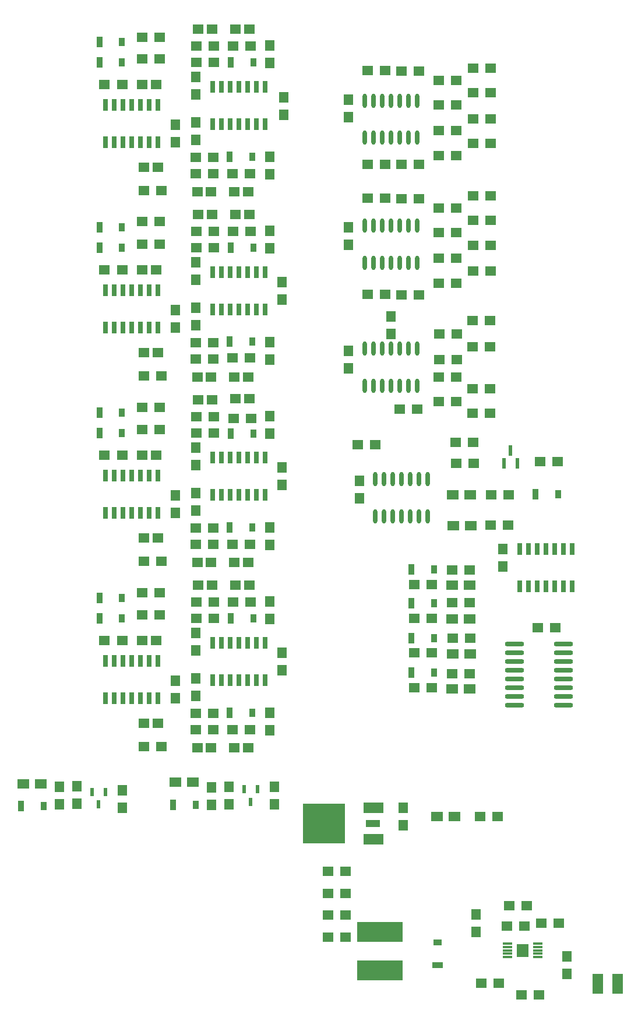
<source format=gtp>
G04 Layer_Color=8421504*
%FSLAX25Y25*%
%MOIN*%
G70*
G01*
G75*
%ADD10O,0.02362X0.08268*%
%ADD11O,0.11024X0.02756*%
%ADD12R,0.06299X0.05500*%
G04:AMPARAMS|DCode=13|XSize=35.83mil|YSize=62.99mil|CornerRadius=8.96mil|HoleSize=0mil|Usage=FLASHONLY|Rotation=270.000|XOffset=0mil|YOffset=0mil|HoleType=Round|Shape=RoundedRectangle|*
%AMROUNDEDRECTD13*
21,1,0.03583,0.04508,0,0,270.0*
21,1,0.01791,0.06299,0,0,270.0*
1,1,0.01791,-0.02254,-0.00896*
1,1,0.01791,-0.02254,0.00896*
1,1,0.01791,0.02254,0.00896*
1,1,0.01791,0.02254,-0.00896*
%
%ADD13ROUNDEDRECTD13*%
%ADD14R,0.04803X0.03583*%
%ADD15R,0.05500X0.06299*%
%ADD16R,0.06496X0.11811*%
%ADD17R,0.03150X0.06890*%
%ADD18R,0.24410X0.22835*%
%ADD19R,0.11811X0.06299*%
%ADD20R,0.07874X0.03937*%
G04:AMPARAMS|DCode=21|XSize=35.83mil|YSize=62.99mil|CornerRadius=8.96mil|HoleSize=0mil|Usage=FLASHONLY|Rotation=180.000|XOffset=0mil|YOffset=0mil|HoleType=Round|Shape=RoundedRectangle|*
%AMROUNDEDRECTD21*
21,1,0.03583,0.04508,0,0,180.0*
21,1,0.01791,0.06299,0,0,180.0*
1,1,0.01791,-0.00896,0.02254*
1,1,0.01791,0.00896,0.02254*
1,1,0.01791,0.00896,-0.02254*
1,1,0.01791,-0.00896,-0.02254*
%
%ADD21ROUNDEDRECTD21*%
%ADD22R,0.03583X0.04803*%
%ADD23R,0.06500X0.05500*%
%ADD24R,0.02362X0.04724*%
%ADD25R,0.05400X0.01300*%
%ADD26R,0.06800X0.07500*%
%ADD27R,0.02362X0.05906*%
%ADD28R,0.25984X0.11221*%
D10*
X7222913Y4346378D02*
D03*
X7217913D02*
D03*
X7212914D02*
D03*
X7207913D02*
D03*
X7202914D02*
D03*
X7197913D02*
D03*
X7192913D02*
D03*
X7222870Y4325055D02*
D03*
X7217870D02*
D03*
X7212870D02*
D03*
X7207870D02*
D03*
X7202870D02*
D03*
X7197870D02*
D03*
X7192870D02*
D03*
X7216846Y4421130D02*
D03*
X7211846D02*
D03*
X7206847D02*
D03*
X7201846D02*
D03*
X7196847D02*
D03*
X7191846D02*
D03*
X7186846D02*
D03*
X7216803Y4399807D02*
D03*
X7211803D02*
D03*
X7206803D02*
D03*
X7201803D02*
D03*
X7196803D02*
D03*
X7191803D02*
D03*
X7186803D02*
D03*
X7216846Y4491630D02*
D03*
X7211846D02*
D03*
X7206847D02*
D03*
X7201846D02*
D03*
X7196847D02*
D03*
X7191846D02*
D03*
X7186846D02*
D03*
X7216803Y4470307D02*
D03*
X7211803D02*
D03*
X7206803D02*
D03*
X7201803D02*
D03*
X7196803D02*
D03*
X7191803D02*
D03*
X7186803D02*
D03*
X7216772Y4562992D02*
D03*
X7211771D02*
D03*
X7206772D02*
D03*
X7201772D02*
D03*
X7196772D02*
D03*
X7191772D02*
D03*
X7186771D02*
D03*
X7216728Y4541669D02*
D03*
X7211729D02*
D03*
X7206728D02*
D03*
X7201728D02*
D03*
X7196729D02*
D03*
X7191728D02*
D03*
X7186729D02*
D03*
D11*
X7300441Y4217305D02*
D03*
Y4222305D02*
D03*
Y4227305D02*
D03*
Y4232305D02*
D03*
Y4237305D02*
D03*
Y4242305D02*
D03*
Y4247305D02*
D03*
Y4252305D02*
D03*
X7272488Y4217305D02*
D03*
Y4222305D02*
D03*
Y4227305D02*
D03*
Y4232305D02*
D03*
Y4237305D02*
D03*
Y4242305D02*
D03*
Y4247305D02*
D03*
Y4252305D02*
D03*
D12*
X7207645Y4451889D02*
D03*
X7217645D02*
D03*
X7207645Y4506963D02*
D03*
X7217645D02*
D03*
X7198438Y4507111D02*
D03*
X7188438D02*
D03*
X7216938Y4386537D02*
D03*
X7206938D02*
D03*
X7262938Y4153537D02*
D03*
X7252938D02*
D03*
X7297938Y4092537D02*
D03*
X7287938D02*
D03*
X7263438Y4058037D02*
D03*
X7253438D02*
D03*
X7175938Y4097037D02*
D03*
X7165938D02*
D03*
X7175938Y4109537D02*
D03*
X7165938D02*
D03*
X7175938Y4122037D02*
D03*
X7165938D02*
D03*
X7120129Y4298990D02*
D03*
X7112255D02*
D03*
X7228991Y4560463D02*
D03*
X7238992D02*
D03*
X7229038Y4574463D02*
D03*
X7239038D02*
D03*
X7228991Y4545963D02*
D03*
X7238992D02*
D03*
X7228991Y4531463D02*
D03*
X7238992D02*
D03*
X7228991Y4487463D02*
D03*
X7238992D02*
D03*
X7228991Y4501463D02*
D03*
X7238992D02*
D03*
X7228991Y4472963D02*
D03*
X7238992D02*
D03*
X7228991Y4458463D02*
D03*
X7238992D02*
D03*
X7229491Y4414963D02*
D03*
X7239491D02*
D03*
X7258991Y4337463D02*
D03*
X7268991D02*
D03*
X7258938Y4581537D02*
D03*
X7248938D02*
D03*
X7258938Y4552537D02*
D03*
X7248938D02*
D03*
X7258938Y4538537D02*
D03*
X7248938D02*
D03*
X7258938Y4494537D02*
D03*
X7248938D02*
D03*
X7258938Y4508537D02*
D03*
X7248938D02*
D03*
X7258938Y4480037D02*
D03*
X7248938D02*
D03*
X7258938Y4465537D02*
D03*
X7248938D02*
D03*
X7258438Y4422037D02*
D03*
X7248438D02*
D03*
X7258438Y4384037D02*
D03*
X7248438D02*
D03*
X7258438Y4398037D02*
D03*
X7248438D02*
D03*
X7258438Y4437037D02*
D03*
X7248438D02*
D03*
X7286991Y4356463D02*
D03*
X7296991D02*
D03*
X7192937Y4366037D02*
D03*
X7182938D02*
D03*
X7268938Y4320037D02*
D03*
X7258938D02*
D03*
X7228991Y4390963D02*
D03*
X7238992D02*
D03*
X7228991Y4404963D02*
D03*
X7238992D02*
D03*
X7229491Y4429463D02*
D03*
X7239491D02*
D03*
X7070453Y4511527D02*
D03*
X7060453D02*
D03*
X7070453Y4299527D02*
D03*
X7060453D02*
D03*
X7070453Y4193527D02*
D03*
X7060453D02*
D03*
X7069422Y4599250D02*
D03*
X7059422D02*
D03*
X7069422Y4493738D02*
D03*
X7059422D02*
D03*
X7069422Y4387439D02*
D03*
X7059422D02*
D03*
X7060542Y4524990D02*
D03*
X7068417D02*
D03*
X7060542Y4206990D02*
D03*
X7068417D02*
D03*
X7120629Y4285990D02*
D03*
X7112755D02*
D03*
X7059565Y4572027D02*
D03*
X7067439D02*
D03*
X7059565Y4466027D02*
D03*
X7067439D02*
D03*
X7059565Y4360027D02*
D03*
X7067439D02*
D03*
X7059565Y4254027D02*
D03*
X7067439D02*
D03*
X7047953Y4572027D02*
D03*
X7037952D02*
D03*
X7047953Y4466027D02*
D03*
X7037952D02*
D03*
X7047953Y4360027D02*
D03*
X7037952D02*
D03*
X7175938Y4084537D02*
D03*
X7165938D02*
D03*
X7267992Y4090736D02*
D03*
X7277991D02*
D03*
X7279438Y4102537D02*
D03*
X7269438D02*
D03*
X7286438Y4051537D02*
D03*
X7276438D02*
D03*
X7098853Y4192990D02*
D03*
X7090980D02*
D03*
X7120129D02*
D03*
X7112255D02*
D03*
X7100002Y4203027D02*
D03*
X7090002D02*
D03*
X7100002Y4212527D02*
D03*
X7090002D02*
D03*
X7047953Y4254027D02*
D03*
X7037952D02*
D03*
X7059528Y4268990D02*
D03*
X7069528D02*
D03*
X7069422Y4281533D02*
D03*
X7059422D02*
D03*
X7060542Y4312990D02*
D03*
X7068417D02*
D03*
X7059528Y4374990D02*
D03*
X7069528D02*
D03*
X7070453Y4405527D02*
D03*
X7060453D02*
D03*
X7060542Y4418990D02*
D03*
X7068417D02*
D03*
X7059528Y4480990D02*
D03*
X7069528D02*
D03*
X7059528Y4586990D02*
D03*
X7069528D02*
D03*
X7100501Y4594027D02*
D03*
X7090501D02*
D03*
X7100501Y4584951D02*
D03*
X7090501D02*
D03*
X7099354Y4603990D02*
D03*
X7091479D02*
D03*
X7120629D02*
D03*
X7112755D02*
D03*
X7121607Y4594027D02*
D03*
X7111607D02*
D03*
X7100002Y4530527D02*
D03*
X7090002D02*
D03*
X7121107Y4521027D02*
D03*
X7111107D02*
D03*
X7100002D02*
D03*
X7090002D02*
D03*
X7098853Y4510990D02*
D03*
X7090980D02*
D03*
X7099354Y4497990D02*
D03*
X7091479D02*
D03*
X7120129Y4510990D02*
D03*
X7112255D02*
D03*
X7120629Y4497990D02*
D03*
X7112755D02*
D03*
X7121607Y4488027D02*
D03*
X7111607D02*
D03*
X7100501D02*
D03*
X7090501D02*
D03*
X7100501Y4478951D02*
D03*
X7090501D02*
D03*
X7100002Y4424527D02*
D03*
X7090002D02*
D03*
X7120997Y4415785D02*
D03*
X7110997D02*
D03*
X7100002Y4415027D02*
D03*
X7090002D02*
D03*
X7098853Y4404990D02*
D03*
X7090980D02*
D03*
X7099354Y4391990D02*
D03*
X7091479D02*
D03*
X7120129Y4404990D02*
D03*
X7112255D02*
D03*
X7120748Y4392520D02*
D03*
X7112874D02*
D03*
X7100501Y4382027D02*
D03*
X7090501D02*
D03*
X7100501Y4372951D02*
D03*
X7090501D02*
D03*
X7121784Y4381139D02*
D03*
X7111784D02*
D03*
X7121107Y4309027D02*
D03*
X7111107D02*
D03*
X7100002Y4318527D02*
D03*
X7090002D02*
D03*
X7121107Y4203027D02*
D03*
X7111107D02*
D03*
X7100501Y4266951D02*
D03*
X7090501D02*
D03*
X7100501Y4276027D02*
D03*
X7090501D02*
D03*
X7121607D02*
D03*
X7111607D02*
D03*
X7099354Y4285990D02*
D03*
X7091479D02*
D03*
X7100002Y4309027D02*
D03*
X7090002D02*
D03*
X7098853Y4298990D02*
D03*
X7090980D02*
D03*
X7246938Y4235049D02*
D03*
X7236938D02*
D03*
X7246981Y4255549D02*
D03*
X7236981D02*
D03*
X7246938Y4275750D02*
D03*
X7236938D02*
D03*
X7225043Y4286138D02*
D03*
X7215044D02*
D03*
X7225043Y4227037D02*
D03*
X7215044D02*
D03*
X7225043Y4247037D02*
D03*
X7215044D02*
D03*
X7225043Y4266740D02*
D03*
X7215044D02*
D03*
X7246938Y4294537D02*
D03*
X7236938D02*
D03*
X7295938Y4261537D02*
D03*
X7285938D02*
D03*
X7198438Y4452037D02*
D03*
X7188438D02*
D03*
X7198438Y4526611D02*
D03*
X7188438D02*
D03*
X7207645Y4526463D02*
D03*
X7217645D02*
D03*
X7198438Y4580037D02*
D03*
X7188438D02*
D03*
X7207645Y4579889D02*
D03*
X7217645D02*
D03*
X7258938Y4567537D02*
D03*
X7248938D02*
D03*
X7238992Y4355463D02*
D03*
X7248991D02*
D03*
X7248938Y4367537D02*
D03*
X7238938D02*
D03*
D13*
X7228465Y4068563D02*
D03*
D14*
Y4081437D02*
D03*
D15*
X7302464Y4063500D02*
D03*
Y4073500D02*
D03*
X7250501Y4087527D02*
D03*
Y4097527D02*
D03*
X7208928Y4148473D02*
D03*
Y4158473D02*
D03*
X7099013Y4170010D02*
D03*
Y4160009D02*
D03*
X7135049Y4170536D02*
D03*
Y4160536D02*
D03*
X7265928Y4306473D02*
D03*
Y4296473D02*
D03*
X7177428Y4419973D02*
D03*
Y4409973D02*
D03*
X7183639Y4345473D02*
D03*
Y4335473D02*
D03*
X7109013Y4170509D02*
D03*
Y4160509D02*
D03*
X7012010Y4170485D02*
D03*
Y4160485D02*
D03*
X7022010Y4170682D02*
D03*
Y4160682D02*
D03*
X7048050Y4168536D02*
D03*
Y4158536D02*
D03*
X7089964Y4576500D02*
D03*
Y4566500D02*
D03*
X7132465Y4584554D02*
D03*
Y4594553D02*
D03*
X7140470Y4554869D02*
D03*
Y4564869D02*
D03*
X7132465Y4531000D02*
D03*
Y4521000D02*
D03*
X7090038Y4540554D02*
D03*
Y4550554D02*
D03*
X7078539Y4539053D02*
D03*
Y4549054D02*
D03*
X7132465Y4478553D02*
D03*
Y4488554D02*
D03*
X7089964Y4470500D02*
D03*
Y4460500D02*
D03*
X7078539Y4433054D02*
D03*
Y4443053D02*
D03*
X7090038Y4434554D02*
D03*
Y4444553D02*
D03*
X7132465Y4425000D02*
D03*
Y4415000D02*
D03*
X7139516Y4449017D02*
D03*
Y4459016D02*
D03*
X7089964Y4364500D02*
D03*
Y4354500D02*
D03*
X7139516Y4343016D02*
D03*
Y4353017D02*
D03*
X7132465Y4372554D02*
D03*
Y4382553D02*
D03*
Y4319000D02*
D03*
Y4309000D02*
D03*
X7078539Y4327053D02*
D03*
Y4337054D02*
D03*
Y4221053D02*
D03*
Y4231054D02*
D03*
X7132465Y4213000D02*
D03*
Y4203000D02*
D03*
X7139516Y4237017D02*
D03*
Y4247017D02*
D03*
X7090038Y4222554D02*
D03*
Y4232553D02*
D03*
X7089964Y4258500D02*
D03*
Y4248500D02*
D03*
X7132465Y4266553D02*
D03*
Y4276553D02*
D03*
X7090038Y4328553D02*
D03*
Y4338554D02*
D03*
X7201928Y4439473D02*
D03*
Y4429473D02*
D03*
X7177428Y4490473D02*
D03*
Y4480473D02*
D03*
Y4563473D02*
D03*
Y4553473D02*
D03*
D16*
X7331382Y4058000D02*
D03*
X7319965D02*
D03*
D17*
X7099877Y4231527D02*
D03*
X7104877D02*
D03*
X7109878D02*
D03*
X7114877D02*
D03*
X7119878D02*
D03*
X7124877D02*
D03*
X7129877D02*
D03*
X7099877Y4252983D02*
D03*
X7104877D02*
D03*
X7109878D02*
D03*
X7114877D02*
D03*
X7119878D02*
D03*
X7124877D02*
D03*
X7129877D02*
D03*
X7305553Y4306500D02*
D03*
X7300553D02*
D03*
X7295553D02*
D03*
X7290553D02*
D03*
X7285553D02*
D03*
X7280553D02*
D03*
X7275553D02*
D03*
X7305553Y4285043D02*
D03*
X7300553D02*
D03*
X7295553D02*
D03*
X7290553D02*
D03*
X7285553D02*
D03*
X7280553D02*
D03*
X7275553D02*
D03*
X7099877Y4549527D02*
D03*
X7104877D02*
D03*
X7109878D02*
D03*
X7114877D02*
D03*
X7119878D02*
D03*
X7124877D02*
D03*
X7129877D02*
D03*
X7099877Y4570984D02*
D03*
X7104877D02*
D03*
X7109878D02*
D03*
X7114877D02*
D03*
X7119878D02*
D03*
X7124877D02*
D03*
X7129877D02*
D03*
X7099877Y4443527D02*
D03*
X7104877D02*
D03*
X7109878D02*
D03*
X7114877D02*
D03*
X7119878D02*
D03*
X7124877D02*
D03*
X7129877D02*
D03*
X7099877Y4464983D02*
D03*
X7104877D02*
D03*
X7109878D02*
D03*
X7114877D02*
D03*
X7119878D02*
D03*
X7124877D02*
D03*
X7129877D02*
D03*
X7099877Y4337527D02*
D03*
X7104877D02*
D03*
X7109878D02*
D03*
X7114877D02*
D03*
X7119878D02*
D03*
X7124877D02*
D03*
X7129877D02*
D03*
X7099877Y4358984D02*
D03*
X7104877D02*
D03*
X7109878D02*
D03*
X7114877D02*
D03*
X7119878D02*
D03*
X7124877D02*
D03*
X7129877D02*
D03*
X7038502Y4221027D02*
D03*
X7043501D02*
D03*
X7048502D02*
D03*
X7053502D02*
D03*
X7058501D02*
D03*
X7063502D02*
D03*
X7068501D02*
D03*
X7038502Y4242484D02*
D03*
X7043501D02*
D03*
X7048502D02*
D03*
X7053502D02*
D03*
X7058501D02*
D03*
X7063502D02*
D03*
X7068501D02*
D03*
X7038502Y4327027D02*
D03*
X7043501D02*
D03*
X7048502D02*
D03*
X7053502D02*
D03*
X7058501D02*
D03*
X7063502D02*
D03*
X7068501D02*
D03*
X7038502Y4348484D02*
D03*
X7043501D02*
D03*
X7048502D02*
D03*
X7053502D02*
D03*
X7058501D02*
D03*
X7063502D02*
D03*
X7068501D02*
D03*
X7038502Y4433027D02*
D03*
X7043501D02*
D03*
X7048502D02*
D03*
X7053502D02*
D03*
X7058501D02*
D03*
X7063502D02*
D03*
X7068501D02*
D03*
X7038502Y4454483D02*
D03*
X7043501D02*
D03*
X7048502D02*
D03*
X7053502D02*
D03*
X7058501D02*
D03*
X7063502D02*
D03*
X7068501D02*
D03*
X7038502Y4539027D02*
D03*
X7043501D02*
D03*
X7048502D02*
D03*
X7053502D02*
D03*
X7058501D02*
D03*
X7063502D02*
D03*
X7068501D02*
D03*
X7038502Y4560484D02*
D03*
X7043501D02*
D03*
X7048502D02*
D03*
X7053502D02*
D03*
X7058501D02*
D03*
X7063502D02*
D03*
X7068501D02*
D03*
D18*
X7163291Y4149500D02*
D03*
D19*
X7191637Y4158555D02*
D03*
Y4140445D02*
D03*
D20*
X7191578Y4149607D02*
D03*
D21*
X7284528Y4338000D02*
D03*
X7109592Y4318777D02*
D03*
X7035065Y4596527D02*
D03*
Y4490527D02*
D03*
Y4384527D02*
D03*
Y4584739D02*
D03*
Y4372739D02*
D03*
X6990091Y4159563D02*
D03*
X7077091Y4160036D02*
D03*
X7035065Y4266739D02*
D03*
Y4278527D02*
D03*
Y4478740D02*
D03*
X7110091Y4584777D02*
D03*
X7109592Y4530777D02*
D03*
X7110091Y4478777D02*
D03*
X7109586Y4425197D02*
D03*
X7110091Y4372589D02*
D03*
X7109592Y4212777D02*
D03*
X7110091Y4266777D02*
D03*
X7213528Y4294689D02*
D03*
Y4235986D02*
D03*
Y4255588D02*
D03*
Y4275500D02*
D03*
D22*
X7297401Y4338000D02*
D03*
X7122466Y4318777D02*
D03*
X7047939Y4596527D02*
D03*
Y4490527D02*
D03*
Y4384527D02*
D03*
Y4584739D02*
D03*
Y4372739D02*
D03*
X7002965Y4159563D02*
D03*
X7089965Y4160036D02*
D03*
X7047939Y4266739D02*
D03*
Y4278527D02*
D03*
Y4478740D02*
D03*
X7122965Y4584777D02*
D03*
X7122466Y4530777D02*
D03*
X7122965Y4478777D02*
D03*
X7122461Y4425197D02*
D03*
X7122965Y4372589D02*
D03*
X7122466Y4212777D02*
D03*
X7122965Y4266777D02*
D03*
X7226402Y4294689D02*
D03*
Y4235986D02*
D03*
Y4255588D02*
D03*
Y4275500D02*
D03*
D23*
X7001550Y4172036D02*
D03*
X6991550D02*
D03*
X7088550Y4173036D02*
D03*
X7078550D02*
D03*
X7237965Y4153500D02*
D03*
X7227965D02*
D03*
X7247465Y4320000D02*
D03*
X7237465D02*
D03*
X7246964Y4337500D02*
D03*
X7236964D02*
D03*
X7246838Y4226599D02*
D03*
X7236838D02*
D03*
X7246964Y4246500D02*
D03*
X7236964D02*
D03*
X7246838Y4266488D02*
D03*
X7236838D02*
D03*
X7246838Y4285788D02*
D03*
X7236838D02*
D03*
D24*
X7034550Y4160516D02*
D03*
X7030810Y4167603D02*
D03*
X7038290D02*
D03*
X7121549Y4161993D02*
D03*
X7117809Y4169080D02*
D03*
X7125290D02*
D03*
D25*
X7285764Y4073060D02*
D03*
Y4075030D02*
D03*
Y4077000D02*
D03*
Y4078970D02*
D03*
Y4080940D02*
D03*
X7268465D02*
D03*
Y4078970D02*
D03*
Y4077000D02*
D03*
Y4075030D02*
D03*
Y4073060D02*
D03*
D26*
X7277115Y4077000D02*
D03*
D27*
X7266484Y4355500D02*
D03*
X7273965D02*
D03*
X7270225Y4362980D02*
D03*
D28*
X7195464Y4065378D02*
D03*
Y4087622D02*
D03*
M02*

</source>
